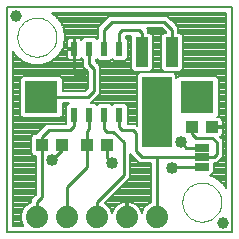
<source format=gtl>
G75*
%MOIN*%
%OFA0B0*%
%FSLAX24Y24*%
%IPPOS*%
%LPD*%
%AMOC8*
5,1,8,0,0,1.08239X$1,22.5*
%
%ADD10C,0.0080*%
%ADD11C,0.0000*%
%ADD12R,0.0236X0.0472*%
%ADD13R,0.1095X0.1095*%
%ADD14R,0.0433X0.0394*%
%ADD15R,0.0394X0.0984*%
%ADD16R,0.0984X0.2362*%
%ADD17C,0.0740*%
%ADD18C,0.0394*%
%ADD19R,0.0500X0.0250*%
%ADD20C,0.0400*%
%ADD21C,0.0100*%
D10*
X000250Y006500D02*
X000250Y014000D01*
X007750Y014000D01*
X007750Y006500D01*
X000250Y006500D01*
X000450Y006700D02*
X000450Y012526D01*
X000527Y012393D01*
X000778Y012182D01*
X001086Y012070D01*
X001414Y012070D01*
X001722Y012182D01*
X001722Y012182D01*
X001973Y012393D01*
X001973Y012393D01*
X002137Y012677D01*
X002194Y013000D01*
X002137Y013323D01*
X001973Y013607D01*
X001743Y013800D01*
X007550Y013800D01*
X007550Y007974D01*
X007473Y008107D01*
X007222Y008318D01*
X007010Y008395D01*
X007066Y008395D01*
X007160Y008489D01*
X007160Y008790D01*
X007237Y008790D01*
X007360Y008913D01*
X007360Y008913D01*
X007460Y009013D01*
X007460Y009587D01*
X007367Y009680D01*
X007387Y009691D01*
X007413Y009717D01*
X007432Y009749D01*
X007441Y009785D01*
X007441Y009960D01*
X007125Y009960D01*
X007125Y010040D01*
X007441Y010040D01*
X007441Y010215D01*
X007432Y010251D01*
X007413Y010283D01*
X007387Y010309D01*
X007355Y010327D01*
X007320Y010337D01*
X007258Y010337D01*
X007307Y010386D01*
X007307Y011614D01*
X007214Y011707D01*
X005986Y011707D01*
X005902Y011623D01*
X005902Y011747D01*
X005808Y011841D01*
X004692Y011841D01*
X004598Y011747D01*
X004598Y010049D01*
X004537Y010110D01*
X004278Y010110D01*
X004278Y010700D01*
X004184Y010794D01*
X003816Y010794D01*
X003750Y010728D01*
X003684Y010794D01*
X003316Y010794D01*
X003250Y010728D01*
X003184Y010794D01*
X003041Y010794D01*
X003160Y010913D01*
X003160Y010913D01*
X003237Y010990D01*
X003360Y011113D01*
X003360Y012037D01*
X003237Y012160D01*
X003210Y012187D01*
X003210Y012232D01*
X003250Y012272D01*
X003316Y012206D01*
X003684Y012206D01*
X003750Y012272D01*
X003816Y012206D01*
X004184Y012206D01*
X004278Y012300D01*
X004278Y012905D01*
X004210Y012973D01*
X004210Y013040D01*
X004393Y013040D01*
X004393Y011942D01*
X004487Y011848D01*
X005013Y011848D01*
X005107Y011942D01*
X005107Y013058D01*
X005013Y013152D01*
X004960Y013152D01*
X004960Y013237D01*
X004907Y013290D01*
X005413Y013290D01*
X005540Y013163D01*
X005540Y013152D01*
X005487Y013152D01*
X005393Y013058D01*
X005393Y011942D01*
X005487Y011848D01*
X006013Y011848D01*
X006107Y011942D01*
X006107Y013058D01*
X006013Y013152D01*
X005960Y013152D01*
X005960Y013337D01*
X005837Y013460D01*
X005587Y013710D01*
X003663Y013710D01*
X003540Y013587D01*
X003290Y013337D01*
X003290Y012973D01*
X003250Y012933D01*
X003184Y012999D01*
X002816Y012999D01*
X002734Y012917D01*
X002730Y012925D01*
X002704Y012951D01*
X002672Y012969D01*
X002637Y012979D01*
X002519Y012979D01*
X002519Y012621D01*
X002481Y012621D01*
X002481Y012583D01*
X002519Y012583D01*
X002519Y012226D01*
X002637Y012226D01*
X002672Y012236D01*
X002704Y012254D01*
X002730Y012280D01*
X002734Y012287D01*
X002790Y012232D01*
X002790Y012013D01*
X002940Y011863D01*
X002940Y011287D01*
X002863Y011210D01*
X002107Y011210D01*
X002863Y011210D01*
X002940Y011289D02*
X002107Y011289D01*
X002107Y011367D02*
X002940Y011367D01*
X002940Y011446D02*
X002107Y011446D01*
X002107Y011524D02*
X002940Y011524D01*
X002940Y011603D02*
X002107Y011603D01*
X002107Y011614D02*
X002014Y011707D01*
X000786Y011707D01*
X000693Y011614D01*
X000693Y010386D01*
X000786Y010293D01*
X002014Y010293D01*
X002107Y010386D01*
X002107Y010790D01*
X002312Y010790D01*
X002222Y010700D01*
X002222Y010110D01*
X001563Y010110D01*
X001328Y009875D01*
X001210Y009757D01*
X001133Y009757D01*
X001039Y009663D01*
X001039Y009137D01*
X001133Y009043D01*
X001205Y009043D01*
X001205Y007752D01*
X001163Y007710D01*
X001040Y007587D01*
X001040Y007487D01*
X000950Y007449D01*
X000801Y007300D01*
X000720Y007105D01*
X000720Y006895D01*
X000801Y006700D01*
X000450Y006700D01*
X000450Y006736D02*
X000786Y006736D01*
X000753Y006814D02*
X000450Y006814D01*
X000450Y006893D02*
X000721Y006893D01*
X000720Y006971D02*
X000450Y006971D01*
X000450Y007050D02*
X000720Y007050D01*
X000729Y007128D02*
X000450Y007128D01*
X000450Y007207D02*
X000762Y007207D01*
X000794Y007285D02*
X000450Y007285D01*
X000450Y007364D02*
X000864Y007364D01*
X000942Y007442D02*
X000450Y007442D01*
X000450Y007521D02*
X001040Y007521D01*
X001052Y007599D02*
X000450Y007599D01*
X000450Y007678D02*
X001131Y007678D01*
X001205Y007756D02*
X000450Y007756D01*
X000450Y007835D02*
X001205Y007835D01*
X001205Y007913D02*
X000450Y007913D01*
X000450Y007992D02*
X001205Y007992D01*
X001205Y008070D02*
X000450Y008070D01*
X000450Y008149D02*
X001205Y008149D01*
X001205Y008227D02*
X000450Y008227D01*
X000450Y008306D02*
X001205Y008306D01*
X001205Y008384D02*
X000450Y008384D01*
X000450Y008463D02*
X001205Y008463D01*
X001205Y008541D02*
X000450Y008541D01*
X000450Y008620D02*
X001205Y008620D01*
X001205Y008698D02*
X000450Y008698D01*
X000450Y008777D02*
X001205Y008777D01*
X001205Y008855D02*
X000450Y008855D01*
X000450Y008934D02*
X001205Y008934D01*
X001205Y009012D02*
X000450Y009012D01*
X000450Y009091D02*
X001085Y009091D01*
X001039Y009169D02*
X000450Y009169D01*
X000450Y009248D02*
X001039Y009248D01*
X001039Y009326D02*
X000450Y009326D01*
X000450Y009405D02*
X001039Y009405D01*
X001039Y009483D02*
X000450Y009483D01*
X000450Y009562D02*
X001039Y009562D01*
X001039Y009640D02*
X000450Y009640D01*
X000450Y009719D02*
X001094Y009719D01*
X001250Y009797D02*
X000450Y009797D01*
X000450Y009876D02*
X001329Y009876D01*
X001407Y009954D02*
X000450Y009954D01*
X000450Y010033D02*
X001486Y010033D01*
X002068Y010347D02*
X002222Y010347D01*
X002222Y010425D02*
X002107Y010425D01*
X002107Y010504D02*
X002222Y010504D01*
X002222Y010582D02*
X002107Y010582D01*
X002107Y010661D02*
X002222Y010661D01*
X002261Y010739D02*
X002107Y010739D01*
X003064Y010818D02*
X004598Y010818D01*
X004598Y010896D02*
X003143Y010896D01*
X003221Y010975D02*
X004598Y010975D01*
X004598Y011053D02*
X003300Y011053D01*
X003237Y010990D02*
X003237Y010990D01*
X003360Y011132D02*
X004598Y011132D01*
X004598Y011210D02*
X003360Y011210D01*
X003360Y011289D02*
X004598Y011289D01*
X004598Y011367D02*
X003360Y011367D01*
X003360Y011446D02*
X004598Y011446D01*
X004598Y011524D02*
X003360Y011524D01*
X003360Y011603D02*
X004598Y011603D01*
X004598Y011681D02*
X003360Y011681D01*
X003360Y011760D02*
X004610Y011760D01*
X004689Y011838D02*
X003360Y011838D01*
X003360Y011917D02*
X004418Y011917D01*
X004393Y011995D02*
X003360Y011995D01*
X003323Y012074D02*
X004393Y012074D01*
X004393Y012152D02*
X003245Y012152D01*
X003210Y012231D02*
X003291Y012231D01*
X003709Y012231D02*
X003791Y012231D01*
X004209Y012231D02*
X004393Y012231D01*
X004393Y012309D02*
X004278Y012309D01*
X004278Y012388D02*
X004393Y012388D01*
X004393Y012466D02*
X004278Y012466D01*
X004278Y012545D02*
X004393Y012545D01*
X004393Y012623D02*
X004278Y012623D01*
X004278Y012702D02*
X004393Y012702D01*
X004393Y012780D02*
X004278Y012780D01*
X004278Y012859D02*
X004393Y012859D01*
X004393Y012937D02*
X004246Y012937D01*
X004210Y013016D02*
X004393Y013016D01*
X004960Y013173D02*
X005530Y013173D01*
X005452Y013251D02*
X004946Y013251D01*
X005071Y013094D02*
X005429Y013094D01*
X005393Y013016D02*
X005107Y013016D01*
X005107Y012937D02*
X005393Y012937D01*
X005393Y012859D02*
X005107Y012859D01*
X005107Y012780D02*
X005393Y012780D01*
X005393Y012702D02*
X005107Y012702D01*
X005107Y012623D02*
X005393Y012623D01*
X005393Y012545D02*
X005107Y012545D01*
X005107Y012466D02*
X005393Y012466D01*
X005393Y012388D02*
X005107Y012388D01*
X005107Y012309D02*
X005393Y012309D01*
X005393Y012231D02*
X005107Y012231D01*
X005107Y012152D02*
X005393Y012152D01*
X005393Y012074D02*
X005107Y012074D01*
X005107Y011995D02*
X005393Y011995D01*
X005418Y011917D02*
X005082Y011917D01*
X005811Y011838D02*
X007550Y011838D01*
X007550Y011760D02*
X005890Y011760D01*
X005902Y011681D02*
X005960Y011681D01*
X006082Y011917D02*
X007550Y011917D01*
X007550Y011995D02*
X006107Y011995D01*
X006107Y012074D02*
X007550Y012074D01*
X007550Y012152D02*
X006107Y012152D01*
X006107Y012231D02*
X007550Y012231D01*
X007550Y012309D02*
X006107Y012309D01*
X006107Y012388D02*
X007550Y012388D01*
X007550Y012466D02*
X006107Y012466D01*
X006107Y012545D02*
X007550Y012545D01*
X007550Y012623D02*
X006107Y012623D01*
X006107Y012702D02*
X007550Y012702D01*
X007550Y012780D02*
X006107Y012780D01*
X006107Y012859D02*
X007550Y012859D01*
X007550Y012937D02*
X006107Y012937D01*
X006107Y013016D02*
X007550Y013016D01*
X007550Y013094D02*
X006071Y013094D01*
X005960Y013173D02*
X007550Y013173D01*
X007550Y013251D02*
X005960Y013251D01*
X005960Y013330D02*
X007550Y013330D01*
X007550Y013408D02*
X005889Y013408D01*
X005810Y013487D02*
X007550Y013487D01*
X007550Y013565D02*
X005732Y013565D01*
X005653Y013644D02*
X007550Y013644D01*
X007550Y013722D02*
X001836Y013722D01*
X001930Y013644D02*
X003597Y013644D01*
X003518Y013565D02*
X001998Y013565D01*
X001973Y013607D02*
X001973Y013607D01*
X002043Y013487D02*
X003440Y013487D01*
X003361Y013408D02*
X002088Y013408D01*
X002134Y013330D02*
X003290Y013330D01*
X003290Y013251D02*
X002150Y013251D01*
X002137Y013323D02*
X002137Y013323D01*
X002164Y013173D02*
X003290Y013173D01*
X003290Y013094D02*
X002178Y013094D01*
X002192Y013016D02*
X003290Y013016D01*
X003254Y012937D02*
X003246Y012937D01*
X002754Y012937D02*
X002718Y012937D01*
X002519Y012937D02*
X002481Y012937D01*
X002481Y012979D02*
X002363Y012979D01*
X002328Y012969D01*
X002296Y012951D01*
X002270Y012925D01*
X002251Y012893D01*
X002242Y012857D01*
X002242Y012621D01*
X002481Y012621D01*
X002481Y012979D01*
X002481Y012859D02*
X002519Y012859D01*
X002519Y012780D02*
X002481Y012780D01*
X002481Y012702D02*
X002519Y012702D01*
X002519Y012623D02*
X002481Y012623D01*
X002481Y012583D02*
X002242Y012583D01*
X002242Y012348D01*
X002251Y012312D01*
X002270Y012280D01*
X002296Y012254D01*
X002328Y012236D01*
X002363Y012226D01*
X002481Y012226D01*
X002481Y012583D01*
X002481Y012545D02*
X002519Y012545D01*
X002519Y012466D02*
X002481Y012466D01*
X002481Y012388D02*
X002519Y012388D01*
X002519Y012309D02*
X002481Y012309D01*
X002481Y012231D02*
X002519Y012231D01*
X002653Y012231D02*
X002790Y012231D01*
X002790Y012152D02*
X001639Y012152D01*
X001780Y012231D02*
X002347Y012231D01*
X002253Y012309D02*
X001873Y012309D01*
X001967Y012388D02*
X002242Y012388D01*
X002242Y012466D02*
X002016Y012466D01*
X001973Y012393D02*
X001973Y012393D01*
X002061Y012545D02*
X002242Y012545D01*
X002242Y012623D02*
X002106Y012623D01*
X002137Y012677D02*
X002137Y012677D01*
X002142Y012702D02*
X002242Y012702D01*
X002242Y012780D02*
X002156Y012780D01*
X002169Y012859D02*
X002242Y012859D01*
X002282Y012937D02*
X002183Y012937D01*
X002194Y013000D02*
X002194Y013000D01*
X000778Y012182D02*
X000778Y012182D01*
X000720Y012231D02*
X000450Y012231D01*
X000450Y012309D02*
X000627Y012309D01*
X000533Y012388D02*
X000450Y012388D01*
X000527Y012393D02*
X000527Y012393D01*
X000484Y012466D02*
X000450Y012466D01*
X000450Y012152D02*
X000861Y012152D01*
X001076Y012074D02*
X000450Y012074D01*
X000450Y011995D02*
X002808Y011995D01*
X002790Y012074D02*
X001424Y012074D01*
X002040Y011681D02*
X002940Y011681D01*
X002940Y011760D02*
X000450Y011760D01*
X000450Y011838D02*
X002940Y011838D01*
X002886Y011917D02*
X000450Y011917D01*
X000450Y011681D02*
X000760Y011681D01*
X000693Y011603D02*
X000450Y011603D01*
X000450Y011524D02*
X000693Y011524D01*
X000693Y011446D02*
X000450Y011446D01*
X000450Y011367D02*
X000693Y011367D01*
X000693Y011289D02*
X000450Y011289D01*
X000450Y011210D02*
X000693Y011210D01*
X000693Y011132D02*
X000450Y011132D01*
X000450Y011053D02*
X000693Y011053D01*
X000693Y010975D02*
X000450Y010975D01*
X000450Y010896D02*
X000693Y010896D01*
X000693Y010818D02*
X000450Y010818D01*
X000450Y010739D02*
X000693Y010739D01*
X000693Y010661D02*
X000450Y010661D01*
X000450Y010582D02*
X000693Y010582D01*
X000693Y010504D02*
X000450Y010504D01*
X000450Y010425D02*
X000693Y010425D01*
X000732Y010347D02*
X000450Y010347D01*
X000450Y010268D02*
X002222Y010268D01*
X002222Y010190D02*
X000450Y010190D01*
X000450Y010111D02*
X002222Y010111D01*
X003239Y010739D02*
X003261Y010739D01*
X003739Y010739D02*
X003761Y010739D01*
X004239Y010739D02*
X004598Y010739D01*
X004598Y010661D02*
X004278Y010661D01*
X004278Y010582D02*
X004598Y010582D01*
X004598Y010504D02*
X004278Y010504D01*
X004278Y010425D02*
X004598Y010425D01*
X004598Y010347D02*
X004278Y010347D01*
X004278Y010268D02*
X004598Y010268D01*
X004598Y010190D02*
X004278Y010190D01*
X004278Y010111D02*
X004598Y010111D01*
X004360Y009093D02*
X004663Y008790D01*
X005040Y008790D01*
X005040Y007487D01*
X004950Y007449D01*
X004801Y007300D01*
X004738Y007149D01*
X004723Y007196D01*
X004686Y007267D01*
X004639Y007332D01*
X004582Y007389D01*
X004517Y007436D01*
X004446Y007473D01*
X004369Y007497D01*
X004290Y007510D01*
X004290Y007040D01*
X004210Y007040D01*
X004210Y007510D01*
X004210Y007510D01*
X004131Y007497D01*
X004054Y007473D01*
X003983Y007436D01*
X003918Y007389D01*
X003861Y007332D01*
X003814Y007267D01*
X003777Y007196D01*
X003762Y007149D01*
X003699Y007300D01*
X003550Y007449D01*
X003512Y007465D01*
X004237Y008190D01*
X004360Y008313D01*
X004360Y009093D01*
X004360Y009091D02*
X004363Y009091D01*
X004360Y009012D02*
X004441Y009012D01*
X004520Y008934D02*
X004360Y008934D01*
X004360Y008855D02*
X004598Y008855D01*
X004360Y008777D02*
X005040Y008777D01*
X005040Y008698D02*
X004360Y008698D01*
X004360Y008620D02*
X005040Y008620D01*
X005040Y008541D02*
X004360Y008541D01*
X004360Y008463D02*
X005040Y008463D01*
X005040Y008384D02*
X004360Y008384D01*
X004352Y008306D02*
X005040Y008306D01*
X005040Y008227D02*
X004274Y008227D01*
X004237Y008190D02*
X004237Y008190D01*
X004195Y008149D02*
X005040Y008149D01*
X005040Y008070D02*
X004117Y008070D01*
X004038Y007992D02*
X005040Y007992D01*
X005040Y007913D02*
X003960Y007913D01*
X003881Y007835D02*
X005040Y007835D01*
X005040Y007756D02*
X003803Y007756D01*
X003724Y007678D02*
X005040Y007678D01*
X005040Y007599D02*
X003646Y007599D01*
X003567Y007521D02*
X005040Y007521D01*
X004942Y007442D02*
X004506Y007442D01*
X004608Y007364D02*
X004864Y007364D01*
X004794Y007285D02*
X004673Y007285D01*
X004717Y007207D02*
X004762Y007207D01*
X004290Y007207D02*
X004210Y007207D01*
X004210Y007285D02*
X004290Y007285D01*
X004290Y007364D02*
X004210Y007364D01*
X004210Y007442D02*
X004290Y007442D01*
X004290Y007510D02*
X004290Y007510D01*
X003994Y007442D02*
X003558Y007442D01*
X003636Y007364D02*
X003892Y007364D01*
X003827Y007285D02*
X003706Y007285D01*
X003738Y007207D02*
X003783Y007207D01*
X004210Y007128D02*
X004290Y007128D01*
X004290Y007050D02*
X004210Y007050D01*
X007040Y008384D02*
X007550Y008384D01*
X007550Y008306D02*
X007237Y008306D01*
X007222Y008318D02*
X007222Y008318D01*
X007330Y008227D02*
X007550Y008227D01*
X007550Y008149D02*
X007424Y008149D01*
X007473Y008107D02*
X007473Y008107D01*
X007495Y008070D02*
X007550Y008070D01*
X007540Y007992D02*
X007550Y007992D01*
X007550Y008463D02*
X007134Y008463D01*
X007160Y008541D02*
X007550Y008541D01*
X007550Y008620D02*
X007160Y008620D01*
X007160Y008698D02*
X007550Y008698D01*
X007550Y008777D02*
X007160Y008777D01*
X007302Y008855D02*
X007550Y008855D01*
X007550Y008934D02*
X007380Y008934D01*
X007459Y009012D02*
X007550Y009012D01*
X007550Y009091D02*
X007460Y009091D01*
X007460Y009169D02*
X007550Y009169D01*
X007550Y009248D02*
X007460Y009248D01*
X007460Y009326D02*
X007550Y009326D01*
X007550Y009405D02*
X007460Y009405D01*
X007460Y009483D02*
X007550Y009483D01*
X007550Y009562D02*
X007460Y009562D01*
X007407Y009640D02*
X007550Y009640D01*
X007550Y009719D02*
X007414Y009719D01*
X007441Y009797D02*
X007550Y009797D01*
X007550Y009876D02*
X007441Y009876D01*
X007441Y009954D02*
X007550Y009954D01*
X007550Y010033D02*
X007125Y010033D01*
X007441Y010111D02*
X007550Y010111D01*
X007550Y010190D02*
X007441Y010190D01*
X007422Y010268D02*
X007550Y010268D01*
X007550Y010347D02*
X007268Y010347D01*
X007307Y010425D02*
X007550Y010425D01*
X007550Y010504D02*
X007307Y010504D01*
X007307Y010582D02*
X007550Y010582D01*
X007550Y010661D02*
X007307Y010661D01*
X007307Y010739D02*
X007550Y010739D01*
X007550Y010818D02*
X007307Y010818D01*
X007307Y010896D02*
X007550Y010896D01*
X007550Y010975D02*
X007307Y010975D01*
X007307Y011053D02*
X007550Y011053D01*
X007550Y011132D02*
X007307Y011132D01*
X007307Y011210D02*
X007550Y011210D01*
X007550Y011289D02*
X007307Y011289D01*
X007307Y011367D02*
X007550Y011367D01*
X007550Y011446D02*
X007307Y011446D01*
X007307Y011524D02*
X007550Y011524D01*
X007550Y011603D02*
X007307Y011603D01*
X007240Y011681D02*
X007550Y011681D01*
X002107Y011614D02*
X002107Y011210D01*
D11*
X000600Y013000D02*
X000602Y013050D01*
X000608Y013100D01*
X000618Y013150D01*
X000631Y013198D01*
X000648Y013246D01*
X000669Y013292D01*
X000693Y013336D01*
X000721Y013378D01*
X000752Y013418D01*
X000786Y013455D01*
X000823Y013490D01*
X000862Y013521D01*
X000903Y013550D01*
X000947Y013575D01*
X000993Y013597D01*
X001040Y013615D01*
X001088Y013629D01*
X001137Y013640D01*
X001187Y013647D01*
X001237Y013650D01*
X001288Y013649D01*
X001338Y013644D01*
X001388Y013635D01*
X001436Y013623D01*
X001484Y013606D01*
X001530Y013586D01*
X001575Y013563D01*
X001618Y013536D01*
X001658Y013506D01*
X001696Y013473D01*
X001731Y013437D01*
X001764Y013398D01*
X001793Y013357D01*
X001819Y013314D01*
X001842Y013269D01*
X001861Y013222D01*
X001876Y013174D01*
X001888Y013125D01*
X001896Y013075D01*
X001900Y013025D01*
X001900Y012975D01*
X001896Y012925D01*
X001888Y012875D01*
X001876Y012826D01*
X001861Y012778D01*
X001842Y012731D01*
X001819Y012686D01*
X001793Y012643D01*
X001764Y012602D01*
X001731Y012563D01*
X001696Y012527D01*
X001658Y012494D01*
X001618Y012464D01*
X001575Y012437D01*
X001530Y012414D01*
X001484Y012394D01*
X001436Y012377D01*
X001388Y012365D01*
X001338Y012356D01*
X001288Y012351D01*
X001237Y012350D01*
X001187Y012353D01*
X001137Y012360D01*
X001088Y012371D01*
X001040Y012385D01*
X000993Y012403D01*
X000947Y012425D01*
X000903Y012450D01*
X000862Y012479D01*
X000823Y012510D01*
X000786Y012545D01*
X000752Y012582D01*
X000721Y012622D01*
X000693Y012664D01*
X000669Y012708D01*
X000648Y012754D01*
X000631Y012802D01*
X000618Y012850D01*
X000608Y012900D01*
X000602Y012950D01*
X000600Y013000D01*
X006100Y007500D02*
X006102Y007550D01*
X006108Y007600D01*
X006118Y007650D01*
X006131Y007698D01*
X006148Y007746D01*
X006169Y007792D01*
X006193Y007836D01*
X006221Y007878D01*
X006252Y007918D01*
X006286Y007955D01*
X006323Y007990D01*
X006362Y008021D01*
X006403Y008050D01*
X006447Y008075D01*
X006493Y008097D01*
X006540Y008115D01*
X006588Y008129D01*
X006637Y008140D01*
X006687Y008147D01*
X006737Y008150D01*
X006788Y008149D01*
X006838Y008144D01*
X006888Y008135D01*
X006936Y008123D01*
X006984Y008106D01*
X007030Y008086D01*
X007075Y008063D01*
X007118Y008036D01*
X007158Y008006D01*
X007196Y007973D01*
X007231Y007937D01*
X007264Y007898D01*
X007293Y007857D01*
X007319Y007814D01*
X007342Y007769D01*
X007361Y007722D01*
X007376Y007674D01*
X007388Y007625D01*
X007396Y007575D01*
X007400Y007525D01*
X007400Y007475D01*
X007396Y007425D01*
X007388Y007375D01*
X007376Y007326D01*
X007361Y007278D01*
X007342Y007231D01*
X007319Y007186D01*
X007293Y007143D01*
X007264Y007102D01*
X007231Y007063D01*
X007196Y007027D01*
X007158Y006994D01*
X007118Y006964D01*
X007075Y006937D01*
X007030Y006914D01*
X006984Y006894D01*
X006936Y006877D01*
X006888Y006865D01*
X006838Y006856D01*
X006788Y006851D01*
X006737Y006850D01*
X006687Y006853D01*
X006637Y006860D01*
X006588Y006871D01*
X006540Y006885D01*
X006493Y006903D01*
X006447Y006925D01*
X006403Y006950D01*
X006362Y006979D01*
X006323Y007010D01*
X006286Y007045D01*
X006252Y007082D01*
X006221Y007122D01*
X006193Y007164D01*
X006169Y007208D01*
X006148Y007254D01*
X006131Y007302D01*
X006118Y007350D01*
X006108Y007400D01*
X006102Y007450D01*
X006100Y007500D01*
D12*
X004000Y010398D03*
X003500Y010398D03*
X003000Y010398D03*
X002500Y010398D03*
X002500Y012602D03*
X003000Y012602D03*
X003500Y012602D03*
X004000Y012602D03*
D13*
X001400Y011000D03*
X006600Y011000D03*
D14*
X006415Y010000D03*
X007085Y010000D03*
X003585Y009400D03*
X002915Y009400D03*
X002085Y009400D03*
X001415Y009400D03*
D15*
X004750Y012500D03*
X005750Y012500D03*
D16*
X005250Y010500D03*
D17*
X005250Y007000D03*
X004250Y007000D03*
X003250Y007000D03*
X002250Y007000D03*
X001250Y007000D03*
D18*
X007450Y006800D03*
X000550Y013700D03*
D19*
X006750Y009320D03*
X006750Y009000D03*
X006750Y008680D03*
D20*
X005750Y008650D03*
X006050Y009500D03*
X003750Y008800D03*
X001750Y008900D03*
X002700Y011750D03*
D21*
X002500Y011950D01*
X002500Y012602D01*
X003000Y012602D02*
X003000Y012100D01*
X003150Y011950D01*
X003150Y011200D01*
X002950Y011000D01*
X001400Y011000D01*
X002500Y010398D02*
X002500Y010050D01*
X002350Y009900D01*
X001650Y009900D01*
X001415Y009665D01*
X001415Y009400D01*
X001415Y007665D01*
X001250Y007500D01*
X001250Y007000D01*
X002250Y007000D02*
X002250Y008000D01*
X002915Y008665D01*
X002915Y009400D01*
X002915Y009865D01*
X003000Y009950D01*
X003000Y010398D01*
X003500Y010398D02*
X003500Y009950D01*
X003600Y009850D01*
X003800Y009850D01*
X004150Y009500D01*
X004150Y008400D01*
X003250Y007500D01*
X003250Y007000D01*
X005250Y007000D02*
X005250Y009000D01*
X004750Y009000D01*
X004550Y009200D01*
X004550Y009800D01*
X004450Y009900D01*
X004100Y009900D01*
X004000Y010000D01*
X004000Y010398D01*
X006050Y009500D02*
X006230Y009320D01*
X006750Y009320D01*
X006550Y009650D02*
X007100Y009650D01*
X007250Y009500D01*
X007250Y009100D01*
X007150Y009000D01*
X006750Y009000D01*
X005250Y009000D01*
X005750Y008650D02*
X005780Y008680D01*
X006750Y008680D01*
X006550Y009650D02*
X006415Y009785D01*
X006415Y010000D01*
X003585Y009400D02*
X003585Y008965D01*
X003750Y008800D01*
X002085Y009235D02*
X002085Y009400D01*
X002085Y009235D02*
X001750Y008900D01*
X003500Y012550D02*
X003500Y012602D01*
X003500Y013250D01*
X003750Y013500D01*
X005500Y013500D01*
X005750Y013250D01*
X005750Y012500D01*
X004750Y012500D02*
X004750Y013150D01*
X004650Y013250D01*
X004100Y013250D01*
X004000Y013150D01*
X004000Y012602D01*
M02*

</source>
